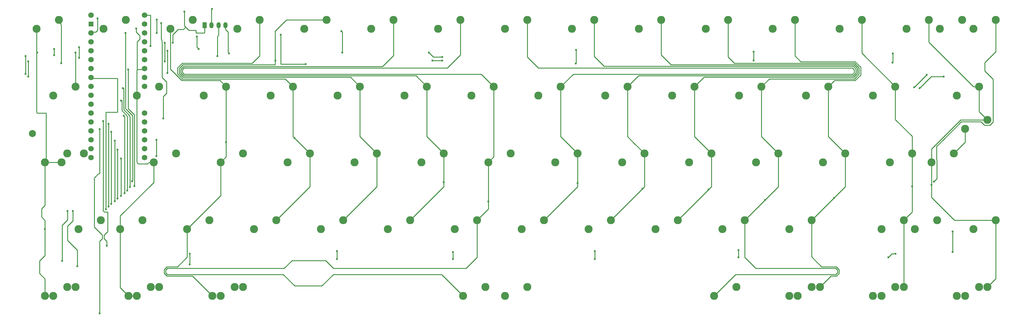
<source format=gbr>
%TF.GenerationSoftware,KiCad,Pcbnew,(6.0.7-1)-1*%
%TF.CreationDate,2022-08-17T08:35:13+02:00*%
%TF.ProjectId,plain60-flex-edition,706c6169-6e36-4302-9d66-6c65782d6564,rev?*%
%TF.SameCoordinates,Original*%
%TF.FileFunction,Copper,L1,Top*%
%TF.FilePolarity,Positive*%
%FSLAX46Y46*%
G04 Gerber Fmt 4.6, Leading zero omitted, Abs format (unit mm)*
G04 Created by KiCad (PCBNEW (6.0.7-1)-1) date 2022-08-17 08:35:13*
%MOMM*%
%LPD*%
G01*
G04 APERTURE LIST*
G04 Aperture macros list*
%AMRoundRect*
0 Rectangle with rounded corners*
0 $1 Rounding radius*
0 $2 $3 $4 $5 $6 $7 $8 $9 X,Y pos of 4 corners*
0 Add a 4 corners polygon primitive as box body*
4,1,4,$2,$3,$4,$5,$6,$7,$8,$9,$2,$3,0*
0 Add four circle primitives for the rounded corners*
1,1,$1+$1,$2,$3*
1,1,$1+$1,$4,$5*
1,1,$1+$1,$6,$7*
1,1,$1+$1,$8,$9*
0 Add four rect primitives between the rounded corners*
20,1,$1+$1,$2,$3,$4,$5,0*
20,1,$1+$1,$4,$5,$6,$7,0*
20,1,$1+$1,$6,$7,$8,$9,0*
20,1,$1+$1,$8,$9,$2,$3,0*%
G04 Aperture macros list end*
%TA.AperFunction,ComponentPad*%
%ADD10C,2.286000*%
%TD*%
%TA.AperFunction,ComponentPad*%
%ADD11C,2.000000*%
%TD*%
%TA.AperFunction,ComponentPad*%
%ADD12RoundRect,0.250000X-0.350000X-0.625000X0.350000X-0.625000X0.350000X0.625000X-0.350000X0.625000X0*%
%TD*%
%TA.AperFunction,ComponentPad*%
%ADD13O,1.200000X1.750000*%
%TD*%
%TA.AperFunction,ComponentPad*%
%ADD14C,1.574800*%
%TD*%
%TA.AperFunction,ComponentPad*%
%ADD15R,1.473200X1.473200*%
%TD*%
%TA.AperFunction,ViaPad*%
%ADD16C,0.600000*%
%TD*%
%TA.AperFunction,Conductor*%
%ADD17C,0.250000*%
%TD*%
G04 APERTURE END LIST*
D10*
%TO.P,K19,1*%
%TO.N,col3*%
X78740000Y-23495000D03*
%TO.P,K19,2*%
%TO.N,Net-(D19-Pad2)*%
X72390000Y-26035000D03*
%TD*%
%TO.P,K20,1*%
%TO.N,col4*%
X97790000Y-23495000D03*
%TO.P,K20,2*%
%TO.N,Net-(D20-Pad2)*%
X91440000Y-26035000D03*
%TD*%
%TO.P,K23,1*%
%TO.N,col7*%
X154940000Y-23495000D03*
%TO.P,K23,2*%
%TO.N,Net-(D23-Pad2)*%
X148590000Y-26035000D03*
%TD*%
%TO.P,K24,1*%
%TO.N,col8*%
X173990000Y-23495000D03*
%TO.P,K24,2*%
%TO.N,Net-(D24-Pad2)*%
X167640000Y-26035000D03*
%TD*%
%TO.P,K17,1*%
%TO.N,Net-(D17-Pad2)*%
X40640000Y-23495000D03*
%TO.P,K17,2*%
%TO.N,col1*%
X34290000Y-26035000D03*
%TD*%
%TO.P,K22,1*%
%TO.N,col6*%
X135890000Y-23495000D03*
%TO.P,K22,2*%
%TO.N,Net-(D22-Pad2)*%
X129540000Y-26035000D03*
%TD*%
%TO.P,K21,1*%
%TO.N,col5*%
X116840000Y-23495000D03*
%TO.P,K21,2*%
%TO.N,Net-(D21-Pad2)*%
X110490000Y-26035000D03*
%TD*%
%TO.P,K18,1*%
%TO.N,col2*%
X59690000Y-23495000D03*
%TO.P,K18,2*%
%TO.N,Net-(D18-Pad2)*%
X53340000Y-26035000D03*
%TD*%
%TO.P,K16,1*%
%TO.N,col0*%
X16827500Y-23495000D03*
%TO.P,K16,2*%
%TO.N,Net-(D16-Pad2)*%
X10477500Y-26035000D03*
%TD*%
%TO.P,K15,1*%
%TO.N,col14*%
X269240000Y-4445000D03*
%TO.P,K15,2*%
%TO.N,Net-(D15-Pad2)*%
X262890000Y-6985000D03*
%TD*%
%TO.P,K8,1*%
%TO.N,col7*%
X145415000Y-4445000D03*
%TO.P,K8,2*%
%TO.N,Net-(D8-Pad2)*%
X139065000Y-6985000D03*
%TD*%
%TO.P,K10,1*%
%TO.N,col9*%
X183515000Y-4445000D03*
%TO.P,K10,2*%
%TO.N,Net-(D10-Pad2)*%
X177165000Y-6985000D03*
%TD*%
%TO.P,K14,1*%
%TO.N,col13*%
X259715000Y-4445000D03*
%TO.P,K14,2*%
%TO.N,Net-(D14-Pad2)*%
X253365000Y-6985000D03*
%TD*%
%TO.P,K5,1*%
%TO.N,col4*%
X88265000Y-4445000D03*
%TO.P,K5,2*%
%TO.N,Net-(D5-Pad2)*%
X81915000Y-6985000D03*
%TD*%
%TO.P,K13,1*%
%TO.N,col12*%
X240665000Y-4445000D03*
%TO.P,K13,2*%
%TO.N,Net-(D13-Pad2)*%
X234315000Y-6985000D03*
%TD*%
%TO.P,K12,1*%
%TO.N,col11*%
X221615000Y-4445000D03*
%TO.P,K12,2*%
%TO.N,Net-(D12-Pad2)*%
X215265000Y-6985000D03*
%TD*%
%TO.P,K11,1*%
%TO.N,col10*%
X202565000Y-4445000D03*
%TO.P,K11,2*%
%TO.N,Net-(D11-Pad2)*%
X196215000Y-6985000D03*
%TD*%
%TO.P,K9,1*%
%TO.N,col8*%
X164465000Y-4445000D03*
%TO.P,K9,2*%
%TO.N,Net-(D9-Pad2)*%
X158115000Y-6985000D03*
%TD*%
%TO.P,K7,1*%
%TO.N,col6*%
X126365000Y-4445000D03*
%TO.P,K7,2*%
%TO.N,Net-(D7-Pad2)*%
X120015000Y-6985000D03*
%TD*%
%TO.P,K6,1*%
%TO.N,col5*%
X107315000Y-4445000D03*
%TO.P,K6,2*%
%TO.N,Net-(D6-Pad2)*%
X100965000Y-6985000D03*
%TD*%
%TO.P,K4,1*%
%TO.N,col3*%
X69215000Y-4445000D03*
%TO.P,K4,2*%
%TO.N,Net-(D4-Pad2)*%
X62865000Y-6985000D03*
%TD*%
%TO.P,K2,1*%
%TO.N,Net-(D2-Pad2)*%
X31115000Y-4445000D03*
%TO.P,K2,2*%
%TO.N,col1*%
X24765000Y-6985000D03*
%TD*%
%TO.P,K1,1*%
%TO.N,Net-(D1-Pad2)*%
X12065000Y-4445000D03*
%TO.P,K1,2*%
%TO.N,col0*%
X5715000Y-6985000D03*
%TD*%
%TO.P,K3,1*%
%TO.N,Net-(D3-Pad2)*%
X50165000Y-4445000D03*
%TO.P,K3,2*%
%TO.N,col2*%
X43815000Y-6985000D03*
%TD*%
%TO.P,K62-1,1*%
%TO.N,Net-(D62-Pad2)*%
X40640000Y-80645000D03*
%TO.P,K62-1,2*%
%TO.N,col1*%
X34290000Y-83185000D03*
%TD*%
%TO.P,K71,1*%
%TO.N,Net-(D71-Pad2)*%
X204946250Y-80645000D03*
%TO.P,K71,2*%
%TO.N,col10*%
X198596250Y-83185000D03*
%TD*%
%TO.P,K53,1*%
%TO.N,col7*%
X150177500Y-61595000D03*
%TO.P,K53,2*%
%TO.N,Net-(D53-Pad2)*%
X143827500Y-64135000D03*
%TD*%
%TO.P,K58-1,1*%
%TO.N,col12*%
X252571460Y-61595056D03*
%TO.P,K58-1,2*%
%TO.N,Net-(D58-Pad2)*%
X246221460Y-64135056D03*
%TD*%
%TO.P,K57,1*%
%TO.N,col11*%
X226377500Y-61595000D03*
%TO.P,K57,2*%
%TO.N,Net-(D57-Pad2)*%
X220027500Y-64135000D03*
%TD*%
%TO.P,K54,1*%
%TO.N,col8*%
X169227500Y-61595000D03*
%TO.P,K54,2*%
%TO.N,Net-(D54-Pad2)*%
X162877500Y-64135000D03*
%TD*%
%TO.P,K56,1*%
%TO.N,col10*%
X207327500Y-61595000D03*
%TO.P,K56,2*%
%TO.N,Net-(D56-Pad2)*%
X200977500Y-64135000D03*
%TD*%
%TO.P,K52,1*%
%TO.N,col6*%
X131127500Y-61595000D03*
%TO.P,K52,2*%
%TO.N,Net-(D52-Pad2)*%
X124777500Y-64135000D03*
%TD*%
%TO.P,K55,1*%
%TO.N,col9*%
X188277500Y-61595000D03*
%TO.P,K55,2*%
%TO.N,Net-(D55-Pad2)*%
X181927500Y-64135000D03*
%TD*%
%TO.P,K61-1,1*%
%TO.N,Net-(D61-Pad2)*%
X16827500Y-80645000D03*
%TO.P,K61-1,2*%
%TO.N,col0*%
X10477500Y-83185000D03*
%TD*%
%TO.P,K15-1,1*%
%TO.N,col14*%
X278765000Y-4445000D03*
%TO.P,K15-1,2*%
%TO.N,Net-(D15-Pad2)*%
X272415000Y-6985000D03*
%TD*%
%TO.P,K74,1*%
%TO.N,col13*%
X276383750Y-80645072D03*
%TO.P,K74,2*%
%TO.N,Net-(D74-Pad2)*%
X270033750Y-83185072D03*
%TD*%
%TO.P,K73,1*%
%TO.N,col12*%
X252571250Y-80645000D03*
%TO.P,K73,2*%
%TO.N,Net-(D73-Pad2)*%
X246221250Y-83185000D03*
%TD*%
%TO.P,K28,1*%
%TO.N,col12*%
X250190000Y-23495000D03*
%TO.P,K28,2*%
%TO.N,Net-(D28-Pad2)*%
X243840000Y-26035000D03*
%TD*%
%TO.P,K48,1*%
%TO.N,Net-(D48-Pad2)*%
X54927500Y-61595000D03*
%TO.P,K48,2*%
%TO.N,col2*%
X48577500Y-64135000D03*
%TD*%
%TO.P,K25,1*%
%TO.N,col9*%
X193040000Y-23495000D03*
%TO.P,K25,2*%
%TO.N,Net-(D25-Pad2)*%
X186690000Y-26035000D03*
%TD*%
%TO.P,K36,1*%
%TO.N,col5*%
X121602500Y-42545000D03*
%TO.P,K36,2*%
%TO.N,Net-(D36-Pad2)*%
X115252500Y-45085000D03*
%TD*%
%TO.P,K33,1*%
%TO.N,Net-(D33-Pad2)*%
X64452500Y-42545000D03*
%TO.P,K33,2*%
%TO.N,col2*%
X58102500Y-45085000D03*
%TD*%
%TO.P,K63,1*%
%TO.N,Net-(D63-Pad2)*%
X62071250Y-80645000D03*
%TO.P,K63,2*%
%TO.N,col2*%
X55721250Y-83185000D03*
%TD*%
%TO.P,K44,1*%
%TO.N,Net-(D44-Pad2)*%
X266858750Y-42545000D03*
%TO.P,K44,2*%
%TO.N,col13*%
X260508750Y-45085000D03*
%TD*%
%TO.P,K72,1*%
%TO.N,col11*%
X228758750Y-80645000D03*
%TO.P,K72,2*%
%TO.N,Net-(D72-Pad2)*%
X222408750Y-83185000D03*
%TD*%
%TO.P,K59,1*%
%TO.N,col13*%
X278765000Y-61595000D03*
%TO.P,K59,2*%
%TO.N,Net-(D59-Pad2)*%
X272415000Y-64135000D03*
%TD*%
%TO.P,K39,1*%
%TO.N,col8*%
X178752500Y-42545000D03*
%TO.P,K39,2*%
%TO.N,Net-(D39-Pad2)*%
X172402500Y-45085000D03*
%TD*%
%TO.P,K61,1*%
%TO.N,Net-(D61-Pad2)*%
X14446250Y-80645000D03*
%TO.P,K61,2*%
%TO.N,col0*%
X8096250Y-83185000D03*
%TD*%
%TO.P,K29,1*%
%TO.N,col13*%
X274002500Y-23495000D03*
%TO.P,K29,2*%
%TO.N,Net-(D29-Pad2)*%
X267652500Y-26035000D03*
%TD*%
%TO.P,K27,1*%
%TO.N,col11*%
X231140000Y-23495000D03*
%TO.P,K27,2*%
%TO.N,Net-(D27-Pad2)*%
X224790000Y-26035000D03*
%TD*%
%TO.P,K63-1,1*%
%TO.N,Net-(D63-Pad2)*%
X64452500Y-80645000D03*
%TO.P,K63-1,2*%
%TO.N,col2*%
X58102500Y-83185000D03*
%TD*%
%TO.P,K50,1*%
%TO.N,col4*%
X93027500Y-61595000D03*
%TO.P,K50,2*%
%TO.N,Net-(D50-Pad2)*%
X86677500Y-64135000D03*
%TD*%
%TO.P,K34,1*%
%TO.N,col3*%
X83502500Y-42545000D03*
%TO.P,K34,2*%
%TO.N,Net-(D34-Pad2)*%
X77152500Y-45085000D03*
%TD*%
%TO.P,K47,1*%
%TO.N,Net-(D47-Pad2)*%
X35877500Y-61595000D03*
%TO.P,K47,2*%
%TO.N,col1*%
X29527500Y-64135000D03*
%TD*%
%TO.P,K43,1*%
%TO.N,col12*%
X254952500Y-42545000D03*
%TO.P,K43,2*%
%TO.N,Net-(D43-Pad2)*%
X248602500Y-45085000D03*
%TD*%
%TO.P,K38,1*%
%TO.N,col7*%
X159702500Y-42545000D03*
%TO.P,K38,2*%
%TO.N,Net-(D38-Pad2)*%
X153352500Y-45085000D03*
%TD*%
%TO.P,K35,1*%
%TO.N,col4*%
X102552500Y-42545000D03*
%TO.P,K35,2*%
%TO.N,Net-(D35-Pad2)*%
X96202500Y-45085000D03*
%TD*%
%TO.P,K32,1*%
%TO.N,Net-(D31-Pad2)*%
X19208750Y-42545000D03*
%TO.P,K32,2*%
%TO.N,col0*%
X12858750Y-45085000D03*
%TD*%
%TO.P,K40,1*%
%TO.N,col9*%
X197802500Y-42545000D03*
%TO.P,K40,2*%
%TO.N,Net-(D40-Pad2)*%
X191452500Y-45085000D03*
%TD*%
%TO.P,K46,1*%
%TO.N,Net-(D46-Pad2)*%
X23971250Y-61595000D03*
%TO.P,K46,2*%
%TO.N,col0*%
X17621250Y-64135000D03*
%TD*%
%TO.P,K42,1*%
%TO.N,col11*%
X235902500Y-42545000D03*
%TO.P,K42,2*%
%TO.N,Net-(D42-Pad2)*%
X229552500Y-45085000D03*
%TD*%
%TO.P,K41,1*%
%TO.N,col10*%
X216852500Y-42545000D03*
%TO.P,K41,2*%
%TO.N,Net-(D41-Pad2)*%
X210502500Y-45085000D03*
%TD*%
%TO.P,K26,1*%
%TO.N,col10*%
X212090000Y-23495000D03*
%TO.P,K26,2*%
%TO.N,Net-(D26-Pad2)*%
X205740000Y-26035000D03*
%TD*%
%TO.P,K37,1*%
%TO.N,Net-(D37-Pad2)*%
X140652500Y-42545000D03*
%TO.P,K37,2*%
%TO.N,col6*%
X134302500Y-45085000D03*
%TD*%
%TO.P,K51,1*%
%TO.N,col5*%
X112077500Y-61595000D03*
%TO.P,K51,2*%
%TO.N,Net-(D51-Pad2)*%
X105727500Y-64135000D03*
%TD*%
%TO.P,K73-1,1*%
%TO.N,col12*%
X250190000Y-80645000D03*
%TO.P,K73-1,2*%
%TO.N,Net-(D73-Pad2)*%
X243840000Y-83185000D03*
%TD*%
%TO.P,K62,1*%
%TO.N,Net-(D62-Pad2)*%
X38258750Y-80645000D03*
%TO.P,K62,2*%
%TO.N,col1*%
X31908750Y-83185000D03*
%TD*%
%TO.P,K49,1*%
%TO.N,col3*%
X73977500Y-61595000D03*
%TO.P,K49,2*%
%TO.N,Net-(D49-Pad2)*%
X67627500Y-64135000D03*
%TD*%
%TO.P,K72-1,1*%
%TO.N,col11*%
X226377500Y-80645000D03*
%TO.P,K72-1,2*%
%TO.N,Net-(D72-Pad2)*%
X220027500Y-83185000D03*
%TD*%
%TO.P,K74-1,1*%
%TO.N,col13*%
X274002728Y-80645072D03*
%TO.P,K74-1,2*%
%TO.N,Net-(D74-Pad2)*%
X267652728Y-83185072D03*
%TD*%
%TO.P,K58,1*%
%TO.N,col12*%
X262096468Y-61595000D03*
%TO.P,K58,2*%
%TO.N,Net-(D58-Pad2)*%
X255746468Y-64135000D03*
%TD*%
%TO.P,K67,1*%
%TO.N,Net-(D67-Pad2)*%
X133508750Y-80645000D03*
%TO.P,K67,2*%
%TO.N,col6*%
X127158750Y-83185000D03*
%TD*%
%TO.P,K67-1,1*%
%TO.N,Net-(D67-Pad2)*%
X145415000Y-80645000D03*
%TO.P,K67-1,2*%
%TO.N,col6*%
X139065000Y-83185000D03*
%TD*%
%TO.P,K44-1,1*%
%TO.N,col13*%
X276383980Y-33020000D03*
%TO.P,K44-1,2*%
%TO.N,Net-(D44-Pad2)*%
X270033980Y-35560000D03*
%TD*%
%TO.P,K31-1,1*%
%TO.N,Net-(D31-Pad2)*%
X14446250Y-42545000D03*
%TO.P,K31-1,2*%
%TO.N,col0*%
X8096250Y-45085000D03*
%TD*%
%TO.P,K31,1*%
%TO.N,Net-(D32-Pad2)*%
X45402500Y-42545000D03*
%TO.P,K31,2*%
%TO.N,col1*%
X39052500Y-45085000D03*
%TD*%
D11*
%TO.P,H1,1,Pin_1*%
%TO.N,Net-(H1-Pad1)*%
X4524382Y-36909406D03*
%TD*%
D12*
%TO.P,J1,1*%
%TO.N,GND*%
X53518574Y-6018077D03*
D13*
%TO.P,J1,2*%
%TO.N,5V*%
X55518574Y-6018077D03*
%TO.P,J1,3*%
%TO.N,display SDA*%
X57518574Y-6018077D03*
%TO.P,J1,4*%
%TO.N,display SCL*%
X59518574Y-6018077D03*
%TD*%
D14*
%TO.P,U1,1,VBAT*%
%TO.N,unconnected-(U1-Pad1)*%
X21238287Y-3080061D03*
D15*
%TO.P,U1,2,GND*%
%TO.N,GND*%
X21238287Y-5620061D03*
D14*
%TO.P,U1,3,5V*%
%TO.N,5V*%
X21238287Y-8160061D03*
%TO.P,U1,4,3V3*%
%TO.N,unconnected-(U1-Pad4)*%
X21238287Y-10700061D03*
%TO.P,U1,5,IO1*%
%TO.N,col0*%
X21238287Y-13240061D03*
%TO.P,U1,6,IO2*%
%TO.N,col4*%
X21238287Y-15780061D03*
%TO.P,U1,7,IO3*%
%TO.N,col5*%
X21238287Y-18320061D03*
%TO.P,U1,8,IO4*%
%TO.N,col6*%
X21238287Y-20860061D03*
%TO.P,U1,9,IO5*%
%TO.N,col7*%
X21238287Y-23400061D03*
%TO.P,U1,10,IO21*%
%TO.N,col8*%
X21238287Y-25940061D03*
%TO.P,U1,11,IO0*%
%TO.N,col9*%
X21238287Y-28480061D03*
%TO.P,U1,12,LDO2_OUT*%
%TO.N,unconnected-(U1-Pad12)*%
X21238287Y-31020061D03*
%TO.P,U1,13,IO16*%
%TO.N,col10*%
X21238287Y-33560061D03*
%TO.P,U1,14,IO15*%
%TO.N,col11*%
X21238287Y-36100061D03*
%TO.P,U1,15,IO14*%
%TO.N,col12*%
X21238287Y-38640061D03*
%TO.P,U1,16,IO13*%
%TO.N,col13*%
X21238287Y-41180061D03*
%TO.P,U1,17,IO12*%
%TO.N,col14*%
X21238287Y-43720061D03*
%TO.P,U1,18,IO42*%
%TO.N,col3*%
X36478287Y-43720061D03*
%TO.P,U1,19,IO41*%
%TO.N,col2*%
X36478287Y-41180061D03*
%TO.P,U1,20,IO40*%
%TO.N,rgb R1*%
X36478287Y-38640061D03*
%TO.P,U1,21,IO39*%
%TO.N,row4*%
X36478287Y-36100061D03*
%TO.P,U1,22,IO38*%
%TO.N,row3*%
X36478287Y-33560061D03*
%TO.P,U1,23,RX*%
%TO.N,rx*%
X36478287Y-31020061D03*
%TO.P,U1,26,RST*%
%TO.N,unconnected-(U1-Pad26)*%
X36478287Y-23400061D03*
%TO.P,U1,27,IO6*%
%TO.N,pin27 unused*%
X36478287Y-20860061D03*
%TO.P,U1,28,IO7*%
%TO.N,col1*%
X36478287Y-18320061D03*
%TO.P,U1,29,IO8*%
%TO.N,display SDA*%
X36478287Y-15780061D03*
%TO.P,U1,30,IO9*%
%TO.N,display SCL*%
X36478287Y-13240061D03*
%TO.P,U1,31,IO34*%
%TO.N,pin31 unused*%
X36478287Y-10700061D03*
%TO.P,U1,32,IO36*%
%TO.N,row2*%
X36478287Y-8160061D03*
%TO.P,U1,33,IO37*%
%TO.N,row1*%
X36478287Y-5620061D03*
%TO.P,U1,34,IO35*%
%TO.N,row0*%
X36478287Y-3080061D03*
%TD*%
D16*
%TO.N,GND*%
X47761287Y-2064061D03*
X12963287Y-73184061D03*
X42173287Y-16288061D03*
X75193287Y-8668061D03*
X82305287Y-17050061D03*
X259089287Y-20098061D03*
X14487287Y-58960061D03*
X42173287Y-10954061D03*
X118373287Y-16034061D03*
X255533287Y-23654061D03*
X44459287Y-10954061D03*
X121167287Y-16034061D03*
%TO.N,row0*%
X17789287Y-12224061D03*
X17789287Y-15272061D03*
X38109406Y-11915634D03*
%TO.N,Net-(D1-Pad2)*%
X12709287Y-16796061D03*
%TO.N,Net-(D2-Pad2)*%
X39887287Y-8160061D03*
X39887287Y-4350061D03*
%TO.N,row1*%
X41157287Y-5366061D03*
X41781787Y-32544061D03*
%TO.N,row2*%
X32901715Y-50545741D03*
X30997287Y-8160061D03*
%TO.N,row3*%
X24647287Y-33306061D03*
X25663287Y-68866061D03*
%TO.N,row4*%
X23631287Y-88170061D03*
X23631287Y-35592061D03*
%TO.N,5V*%
X117357287Y-13748061D03*
X23062698Y-4035472D03*
X51825287Y-12732061D03*
X92719287Y-13748061D03*
X2549287Y-19844061D03*
X2549287Y-14764061D03*
X49285287Y-74200061D03*
X92465287Y-7652061D03*
X10677287Y-14510061D03*
X121167287Y-15018061D03*
X10677287Y-12732061D03*
X49285287Y-71152061D03*
X55635287Y-1302061D03*
X51317287Y-9176061D03*
%TO.N,col0*%
X5851287Y-13748061D03*
X16773287Y-13748061D03*
X8096250Y-64135000D03*
%TO.N,col1*%
X34045287Y-6890061D03*
%TO.N,col2*%
X59690000Y-39319845D03*
%TO.N,col3*%
X39830598Y-43328561D03*
X79117081Y-38159580D03*
X39830598Y-38691673D03*
%TO.N,col4*%
X73669287Y-16034061D03*
%TO.N,col5*%
X33537287Y-51848061D03*
X121602500Y-50760253D03*
X31759287Y-18574061D03*
%TO.N,col6*%
X25409287Y-58452061D03*
X134302500Y-56316497D03*
%TO.N,col7*%
X30235287Y-23908061D03*
X159702500Y-51038302D03*
X32267287Y-52102061D03*
%TO.N,col8*%
X31505287Y-53118061D03*
X178216771Y-52605728D03*
X29727287Y-27464061D03*
%TO.N,col9*%
X196969123Y-52903377D03*
X30489287Y-31782061D03*
X30743287Y-53880061D03*
%TO.N,col10*%
X26171287Y-34068061D03*
X213042566Y-55879934D03*
X26171287Y-57690061D03*
%TO.N,col11*%
X232687887Y-55284613D03*
X26933287Y-36354061D03*
X26933287Y-56928061D03*
%TO.N,col12*%
X27949287Y-38894061D03*
X27949287Y-56166061D03*
X254952500Y-51950767D03*
%TO.N,col13*%
X28711287Y-55404061D03*
X260508750Y-51553887D03*
X28711287Y-41434061D03*
%TO.N,col14*%
X29727287Y-54642061D03*
X261133750Y-50640666D03*
X29727287Y-43974061D03*
%TO.N,Net-(LED1-Pad2)*%
X42935287Y-13240061D03*
X42935287Y-19590061D03*
%TO.N,rgb R1*%
X3311287Y-16288061D03*
X3311287Y-20606061D03*
%TO.N,display SDA*%
X57159287Y-14764061D03*
%TO.N,display SCL*%
X60461287Y-14002061D03*
%TO.N,Net-(LED4-Pad2)*%
X159267287Y-12986061D03*
X159191287Y-16872061D03*
%TO.N,Net-(LED5-Pad2)*%
X209813287Y-16034061D03*
X209813287Y-13494061D03*
%TO.N,Net-(LED6-Pad2)*%
X249437287Y-14002061D03*
X249361287Y-16618061D03*
%TO.N,Net-(LED7-Pad2)*%
X257057287Y-23908061D03*
X263915287Y-20606061D03*
%TO.N,Net-(LED8-Pad2)*%
X266455287Y-70644061D03*
X266455287Y-64802061D03*
%TO.N,Net-(LED10-Pad4)*%
X250199287Y-71152061D03*
X248167287Y-72168061D03*
%TO.N,Net-(LED10-Pad2)*%
X205495287Y-70136061D03*
X205495287Y-72168061D03*
%TO.N,Net-(LED11-Pad2)*%
X164601287Y-70390061D03*
X164601287Y-72676061D03*
%TO.N,Net-(LED12-Pad2)*%
X124215287Y-72676061D03*
X124215287Y-70644061D03*
%TO.N,Net-(LED13-Pad2)*%
X91195287Y-70390061D03*
X91195287Y-72676061D03*
%TO.N,Net-(LED15-Pad2)*%
X16011287Y-58960061D03*
X17281287Y-74708061D03*
%TD*%
D17*
%TO.N,GND*%
X51063287Y-7398061D02*
X51063287Y-8160061D01*
X48142287Y-6509061D02*
X47507287Y-7144061D01*
X45983287Y-7144061D02*
X44459287Y-8668061D01*
X53349287Y-8160061D02*
X53518574Y-7990774D01*
X47507287Y-7144061D02*
X45983287Y-7144061D01*
X259089287Y-20098061D02*
X255533287Y-23654061D01*
X48142287Y-6509061D02*
X49031287Y-7398061D01*
X12963287Y-63024061D02*
X12963287Y-73184061D01*
X51063287Y-8160061D02*
X53349287Y-8160061D01*
X14487287Y-61500061D02*
X12963287Y-63024061D01*
X75193287Y-17050061D02*
X82305287Y-17050061D01*
X49031287Y-7398061D02*
X51063287Y-7398061D01*
X42173287Y-10954061D02*
X42173287Y-16288061D01*
X118373287Y-16034061D02*
X121167287Y-16034061D01*
X44459287Y-8668061D02*
X44459287Y-10954061D01*
X53518574Y-7990774D02*
X53518574Y-6018077D01*
X47761287Y-2064061D02*
X47761287Y-6128061D01*
X75193287Y-8668061D02*
X75193287Y-17050061D01*
X14487287Y-58960061D02*
X14487287Y-61500061D01*
X47761287Y-6128061D02*
X48142287Y-6509061D01*
%TO.N,row0*%
X17789287Y-12224061D02*
X17789287Y-15272061D01*
X38109287Y-3080061D02*
X36478287Y-3080061D01*
X38109406Y-3080180D02*
X38109287Y-3080061D01*
X38109406Y-11915634D02*
X38109406Y-3080180D01*
%TO.N,Net-(D1-Pad2)*%
X12709287Y-16796061D02*
X12709287Y-6000446D01*
X12064999Y-4445001D02*
G75*
G02*
X12709287Y-6000446I-1555449J-1555449D01*
G01*
%TO.N,Net-(D2-Pad2)*%
X39887287Y-4350061D02*
X39887287Y-8160061D01*
%TO.N,row1*%
X41353287Y-10642061D02*
X41353287Y-10134061D01*
X41157287Y-9938061D02*
X41157287Y-5366061D01*
X41411287Y-10700061D02*
X41353287Y-10642061D01*
X41781787Y-26310561D02*
X42660287Y-25432061D01*
X42681287Y-22130061D02*
X41411287Y-20860061D01*
X41411287Y-20860061D02*
X41411287Y-10700061D01*
X42660287Y-25432061D02*
X42681287Y-25432061D01*
X41353287Y-10134061D02*
X41157287Y-9938061D01*
X41781787Y-32544061D02*
X41781787Y-26310561D01*
X42681287Y-25432061D02*
X42681287Y-22130061D01*
%TO.N,row2*%
X30997287Y-16288061D02*
X30997287Y-8160061D01*
X33029287Y-50237755D02*
X33029287Y-31782061D01*
X33029287Y-31782061D02*
X31251287Y-30004061D01*
X30997287Y-29390851D02*
X30997287Y-16288061D01*
X33029246Y-50237755D02*
G75*
G02*
X32901715Y-50545741I-435546J-45D01*
G01*
X30997323Y-29390851D02*
G75*
G03*
X31251287Y-30004061I867177J-49D01*
G01*
%TO.N,Net-(D44-Pad2)*%
X266858750Y-42545000D02*
X270033980Y-39369770D01*
X270033980Y-39369770D02*
X270033980Y-35560000D01*
%TO.N,row3*%
X24647287Y-33306061D02*
X24647287Y-58600851D01*
X25663287Y-67596061D02*
X25663287Y-68866061D01*
X24901287Y-65818061D02*
X24901287Y-66834061D01*
X24901287Y-66834061D02*
X25663287Y-67596061D01*
X25917287Y-59214061D02*
X25917287Y-64802061D01*
X25917287Y-64802061D02*
X24901287Y-65818061D01*
X24901287Y-59214061D02*
X25917287Y-59214061D01*
X24901270Y-59214078D02*
G75*
G02*
X24647287Y-58600851I613430J613278D01*
G01*
%TO.N,row4*%
X23631287Y-48292061D02*
X23631287Y-35592061D01*
X22361287Y-49308061D02*
X23197681Y-48471667D01*
X24393287Y-66834061D02*
X24393287Y-65818061D01*
X24393287Y-65818061D02*
X22107287Y-63532061D01*
X22107287Y-63532061D02*
X22107287Y-49921271D01*
X23631287Y-67596061D02*
X24393287Y-66834061D01*
X23631287Y-88170061D02*
X23631287Y-67596061D01*
X22361301Y-49308075D02*
G75*
G03*
X22107287Y-49921271I613199J-613225D01*
G01*
X23631287Y-48292061D02*
G75*
G03*
X23197682Y-48471668I13J-613239D01*
G01*
%TO.N,5V*%
X10677287Y-12732061D02*
X10677287Y-14510061D01*
X49285287Y-71152061D02*
X49285287Y-74200061D01*
X92719287Y-7906061D02*
X92719287Y-13748061D01*
X55635287Y-1302061D02*
X55518574Y-1418774D01*
X2549287Y-14764061D02*
X2549287Y-19590061D01*
X92465287Y-7652061D02*
X92719287Y-7906061D01*
X51317287Y-12224061D02*
X51825287Y-12732061D01*
X2549287Y-19590061D02*
X2549287Y-19844061D01*
X117357287Y-13748061D02*
X118627287Y-15018061D01*
X55518574Y-1418774D02*
X55518574Y-6018077D01*
X23062698Y-4035472D02*
X23062698Y-7458650D01*
X23062698Y-7458650D02*
X22562882Y-7958466D01*
X51317287Y-9176061D02*
X51317287Y-12224061D01*
X22562882Y-7958466D02*
X21235317Y-7958466D01*
X118627287Y-15018061D02*
X121167287Y-15018061D01*
%TO.N,col0*%
X6028470Y-31093453D02*
X8429381Y-31093453D01*
X6548443Y-76795377D02*
X8096250Y-78343184D01*
X8096250Y-71675692D02*
X6548443Y-73223499D01*
X5715000Y-6985000D02*
X5715000Y-13884348D01*
X5715000Y-13884348D02*
X5715000Y-30691036D01*
X16773287Y-13748061D02*
X16773287Y-23364119D01*
X10477500Y-83185000D02*
X8096250Y-83185000D01*
X8096250Y-45085000D02*
X8096250Y-57388180D01*
X8096250Y-57388180D02*
X7143756Y-58340674D01*
X7143756Y-60721926D02*
X8096250Y-61674420D01*
X8429381Y-44751869D02*
X8096250Y-45085000D01*
X7143756Y-58340674D02*
X7143756Y-60721926D01*
X6548443Y-73223499D02*
X6548443Y-76795377D01*
X8096250Y-61674420D02*
X8096250Y-64135000D01*
X12858750Y-45085000D02*
X8096250Y-45085000D01*
X8429381Y-31093453D02*
X8429381Y-44751869D01*
X8096250Y-64135000D02*
X8096250Y-71675692D01*
X8096250Y-78343184D02*
X8096250Y-83185000D01*
X16827505Y-23494995D02*
G75*
G02*
X16773287Y-23364119I130895J130895D01*
G01*
X6028470Y-31093480D02*
G75*
G02*
X5851287Y-31020061I30J250580D01*
G01*
X5851285Y-31020063D02*
G75*
G02*
X5715000Y-30691036I329025J329023D01*
G01*
%TO.N,col1*%
X35061287Y-9176061D02*
X35061287Y-8922061D01*
X34290000Y-44862430D02*
X34290000Y-26035000D01*
X38965745Y-50926519D02*
X39052500Y-50839763D01*
X34290000Y-18811862D02*
X34290000Y-26035000D01*
X29527500Y-64135000D02*
X29527500Y-60364763D01*
X35061287Y-9938061D02*
X35061287Y-9176061D01*
X34299287Y-18828061D02*
X34299287Y-18574061D01*
X34290000Y-18818774D02*
X34299287Y-18828061D01*
X35061287Y-8922061D02*
X34045287Y-7906061D01*
X29527500Y-80803750D02*
X31908750Y-83185000D01*
X39052500Y-50717074D02*
X39052500Y-45085000D01*
X34299287Y-18574061D02*
X34299287Y-10700061D01*
X36224287Y-18574061D02*
X36478287Y-18320061D01*
X29527500Y-64135000D02*
X29527500Y-80803750D01*
X34045287Y-7398061D02*
X34045287Y-6890061D01*
X34045287Y-7906061D02*
X34045287Y-7398061D01*
X34290000Y-83185000D02*
X31908750Y-83185000D01*
X39052500Y-45085000D02*
X38344504Y-45085000D01*
X29527500Y-60364763D02*
X38965745Y-50926519D01*
X37347287Y-45498061D02*
X34553287Y-45498061D01*
X34290000Y-18811862D02*
X34290000Y-18818774D01*
X34299287Y-10700061D02*
X34553287Y-10446061D01*
X34553287Y-10446061D02*
X35061287Y-9938061D01*
X34299287Y-18574061D02*
X36224287Y-18574061D01*
X34289974Y-44862430D02*
G75*
G03*
X34553287Y-45498061I898926J30D01*
G01*
X39052481Y-50717074D02*
G75*
G02*
X38965745Y-50926519I-296181J-26D01*
G01*
X37347280Y-45498054D02*
G75*
G02*
X38344504Y-45085000I997220J-997246D01*
G01*
%TO.N,col2*%
X42031979Y-76767287D02*
X42789776Y-77525084D01*
X57930975Y-21735975D02*
X59690000Y-23495000D01*
X59690000Y-23495000D02*
X59690000Y-31710289D01*
X45839101Y-74875044D02*
X42791123Y-74875045D01*
X43815000Y-17421774D02*
X43815000Y-18541143D01*
X42789776Y-77525084D02*
X50061334Y-77525084D01*
X59690000Y-37941332D02*
X59690000Y-39157348D01*
X58102500Y-45085000D02*
X58102500Y-54610000D01*
X59690000Y-39157348D02*
X59690000Y-43497500D01*
X50061334Y-77525084D02*
X55721250Y-83185000D01*
X43815000Y-6985000D02*
X43815000Y-17421774D01*
X58102500Y-54610000D02*
X48577500Y-64135000D01*
X59690000Y-31710289D02*
X59690000Y-37941332D01*
X48577500Y-64135000D02*
X48577500Y-72136645D01*
X59690000Y-39157348D02*
X59690000Y-39319845D01*
X42791123Y-74875045D02*
X42031979Y-75634189D01*
X47009832Y-21735975D02*
X57930975Y-21735975D01*
X48577500Y-72136645D02*
X45839101Y-74875044D01*
X43815000Y-18541143D02*
X47009832Y-21735975D01*
X42031979Y-75634189D02*
X42031979Y-76767287D01*
X59690000Y-43497500D02*
X58102500Y-45085000D01*
%TO.N,col3*%
X69215000Y-14724133D02*
X67125066Y-16814067D01*
X78740000Y-31988218D02*
X78740000Y-32900899D01*
X39830598Y-43268750D02*
X39830598Y-43328561D01*
X78740000Y-23495000D02*
X76530965Y-21285965D01*
X39887287Y-43212061D02*
X39830598Y-43268750D01*
X69215000Y-4445000D02*
X69215000Y-14724133D01*
X67125066Y-16814067D02*
X47192579Y-16814068D01*
X78740000Y-37782500D02*
X79117081Y-38159580D01*
X47196232Y-21285965D02*
X46590318Y-20680051D01*
X83502500Y-42545000D02*
X83502500Y-52070000D01*
X79117081Y-38159580D02*
X83502500Y-42545000D01*
X45895189Y-19984922D02*
X46590318Y-20680051D01*
X45895187Y-18111462D02*
X45895189Y-19984922D01*
X76530965Y-21285965D02*
X47196232Y-21285965D01*
X78740000Y-23495000D02*
X78740000Y-31988218D01*
X47192579Y-16814068D02*
X45895187Y-18111462D01*
X83502500Y-52070000D02*
X73977500Y-61595000D01*
X78740000Y-32900899D02*
X78740000Y-37782500D01*
X39830598Y-38691673D02*
X39830598Y-43155372D01*
X39830598Y-43155372D02*
X39887287Y-43212061D01*
%TO.N,col4*%
X46345196Y-18297861D02*
X46345198Y-19798521D01*
X47378980Y-17264077D02*
X46345196Y-18297861D01*
X88265000Y-4445000D02*
X76876348Y-4445000D01*
X46345198Y-19798521D02*
X47382632Y-20835955D01*
X97790000Y-32583547D02*
X97790000Y-37782500D01*
X73629303Y-7692045D02*
X73629303Y-17264077D01*
X47382632Y-20835955D02*
X95130955Y-20835955D01*
X73629303Y-17264077D02*
X47378980Y-17264077D01*
X100548341Y-40540840D02*
X102552500Y-42545000D01*
X102552500Y-52070000D02*
X93027500Y-61595000D01*
X76876348Y-4445000D02*
X73629303Y-7692045D01*
X102552500Y-42545000D02*
X102552500Y-52070000D01*
X97790000Y-23495000D02*
X97790000Y-32583547D01*
X95130955Y-20835955D02*
X97790000Y-23495000D01*
X97790000Y-37782500D02*
X100548341Y-40540840D01*
%TO.N,col5*%
X47554478Y-17724989D02*
X46795206Y-18484261D01*
X33537287Y-51848061D02*
X33537287Y-31528061D01*
X121602500Y-42545000D02*
X121602500Y-50760253D01*
X107315000Y-4445000D02*
X107315000Y-14589763D01*
X116840000Y-37782500D02*
X117812410Y-38754909D01*
X48085839Y-20375156D02*
X113720156Y-20375156D01*
X107315000Y-14589763D02*
X104179775Y-17724988D01*
X116840000Y-23495000D02*
X116840000Y-37782500D01*
X46795206Y-18484261D02*
X46795206Y-19284537D01*
X121602500Y-52070000D02*
X112077500Y-61595000D01*
X121602500Y-50760253D02*
X121602500Y-52070000D01*
X33537287Y-31528061D02*
X31759287Y-29750061D01*
X104179775Y-17724988D02*
X47554478Y-17724989D01*
X117812410Y-38754909D02*
X121602500Y-42545000D01*
X46795206Y-19284537D02*
X46795207Y-19612120D01*
X113720156Y-20375156D02*
X116840000Y-23495000D01*
X46795207Y-19612120D02*
X47558243Y-20375156D01*
X47558243Y-20375156D02*
X48085839Y-20375156D01*
X31759287Y-29750061D02*
X31759287Y-18574061D01*
%TO.N,col6*%
X42481989Y-75820589D02*
X42481989Y-76580887D01*
X28711287Y-21114061D02*
X21492287Y-21114061D01*
X42976176Y-77075074D02*
X75884448Y-77075074D01*
X134302500Y-56316497D02*
X134302500Y-58420000D01*
X134302500Y-45085000D02*
X134302500Y-53816408D01*
X42481989Y-76580887D02*
X42976176Y-77075074D01*
X135890000Y-43497500D02*
X134302500Y-45085000D01*
X76200064Y-75325054D02*
X42977524Y-75325054D01*
X47740879Y-18174998D02*
X47245216Y-18670661D01*
X134302500Y-58420000D02*
X131127500Y-61595000D01*
X90207879Y-77075074D02*
X86915698Y-80367255D01*
X47744643Y-19925146D02*
X132320146Y-19925146D01*
X134302500Y-53816408D02*
X134302500Y-56316497D01*
X122634478Y-18174998D02*
X47740879Y-18174998D01*
X47245216Y-18670661D02*
X47245216Y-19425719D01*
X47245216Y-19425719D02*
X47744643Y-19925146D01*
X25409287Y-58452061D02*
X25409287Y-30766061D01*
X126365000Y-14444476D02*
X122634478Y-18174998D01*
X87977879Y-73095054D02*
X78430064Y-73095054D01*
X79176629Y-80367255D02*
X85129759Y-80367255D01*
X131127500Y-61595000D02*
X131127500Y-72189852D01*
X75884448Y-77075074D02*
X79176629Y-80367255D01*
X21492287Y-21114061D02*
X21238287Y-20860061D01*
X91362586Y-77075074D02*
X121048824Y-77075074D01*
X135890000Y-23495000D02*
X135890000Y-43497500D01*
X86915698Y-80367255D02*
X85129759Y-80367255D01*
X25409287Y-30766061D02*
X28711287Y-30766061D01*
X90207882Y-75325057D02*
X87977879Y-73095054D01*
X131127500Y-72189852D02*
X127992295Y-75325057D01*
X42977524Y-75325054D02*
X42481989Y-75820589D01*
X126365000Y-4445000D02*
X126365000Y-14444476D01*
X121048824Y-77075074D02*
X127158750Y-83185000D01*
X127992295Y-75325057D02*
X90207882Y-75325057D01*
X28711287Y-30766061D02*
X28711287Y-21114061D01*
X132320146Y-19925146D02*
X135890000Y-23495000D01*
X78430064Y-73095054D02*
X76200064Y-75325054D01*
X91362586Y-77075074D02*
X90207879Y-77075074D01*
%TO.N,col7*%
X148536918Y-18163371D02*
X237726363Y-18163371D01*
X154940000Y-37782500D02*
X155912426Y-38754925D01*
X238506397Y-18835900D02*
X238506397Y-19264132D01*
X32087682Y-31602456D02*
X30489287Y-30004061D01*
X238010733Y-19925146D02*
X238506397Y-19429482D01*
X30489287Y-23908061D02*
X30235287Y-23908061D01*
X237995344Y-18163371D02*
X237726363Y-18163371D01*
X238506397Y-19429482D02*
X238506397Y-19264132D01*
X145415000Y-15041453D02*
X148536918Y-18163371D01*
X238506397Y-18835900D02*
X238506397Y-18674424D01*
X155912426Y-38754925D02*
X159702500Y-42545000D01*
X154940000Y-23495000D02*
X154940000Y-37782500D01*
X145415000Y-4445000D02*
X145415000Y-15041453D01*
X30489287Y-30004061D02*
X30489287Y-23908061D01*
X154940000Y-23495000D02*
X158509854Y-19925146D01*
X32267287Y-52102061D02*
X32267287Y-32036061D01*
X238506397Y-18674424D02*
X237995344Y-18163371D01*
X159702500Y-52070000D02*
X150177500Y-61595000D01*
X158509854Y-19925146D02*
X238010733Y-19925146D01*
X159702500Y-51038302D02*
X159702500Y-52070000D01*
X159702500Y-42545000D02*
X159702500Y-51038302D01*
X32087658Y-31602480D02*
G75*
G02*
X32267287Y-32036061I-433558J-433620D01*
G01*
%TO.N,col8*%
X238956407Y-19615882D02*
X238197133Y-20375156D01*
X29981287Y-27464061D02*
X29727287Y-27464061D01*
X238197133Y-20375156D02*
X177109844Y-20375156D01*
X238181745Y-17713362D02*
X238956407Y-18488024D01*
X31325682Y-31602456D02*
X29981287Y-30258061D01*
X164465000Y-14895408D02*
X167282953Y-17713361D01*
X164465000Y-4445000D02*
X164465000Y-14895408D01*
X175855403Y-39647903D02*
X178752500Y-42545000D01*
X29981287Y-30258061D02*
X29981287Y-27464061D01*
X31505287Y-53118061D02*
X31505287Y-32036061D01*
X173990000Y-37782500D02*
X175855403Y-39647903D01*
X167282953Y-17713361D02*
X238181745Y-17713362D01*
X177109844Y-20375156D02*
X173990000Y-23495000D01*
X173990000Y-23495000D02*
X173990000Y-37782500D01*
X178752500Y-42545000D02*
X178752500Y-52070000D01*
X178216771Y-52605728D02*
X169227500Y-61595000D01*
X178752500Y-52070000D02*
X178216771Y-52605728D01*
X238956407Y-18488024D02*
X238956407Y-19615882D01*
X31325658Y-31602480D02*
G75*
G02*
X31505287Y-32036061I-433558J-433620D01*
G01*
%TO.N,col9*%
X238368146Y-17263353D02*
X239406417Y-18301624D01*
X195203068Y-39945567D02*
X197802500Y-42545000D01*
X197802500Y-42545000D02*
X197802500Y-52070000D01*
X186332969Y-17263352D02*
X238368146Y-17263353D01*
X183515000Y-14445383D02*
X186332969Y-17263352D01*
X195699045Y-20835955D02*
X193040000Y-23495000D01*
X193040000Y-37782500D02*
X195203068Y-39945567D01*
X30743287Y-53880061D02*
X30743287Y-32036061D01*
X196969123Y-52903377D02*
X188277500Y-61595000D01*
X197802500Y-52070000D02*
X196969123Y-52903377D01*
X183515000Y-4445000D02*
X183515000Y-14445383D01*
X239406417Y-18301624D02*
X239406416Y-19802283D01*
X238372744Y-20835955D02*
X195699045Y-20835955D01*
X193040000Y-23495000D02*
X193040000Y-37782500D01*
X30743287Y-32036061D02*
X30489287Y-31782061D01*
X239406416Y-19802283D02*
X238372744Y-20835955D01*
%TO.N,col10*%
X204706183Y-77075067D02*
X233248330Y-77075067D01*
X239856425Y-19988684D02*
X238864833Y-20980275D01*
X233743923Y-76579474D02*
X233743923Y-75824416D01*
X233743923Y-75824416D02*
X233244500Y-75324993D01*
X212090000Y-37782500D02*
X216852500Y-42545000D01*
X213042566Y-55879934D02*
X207327500Y-61595000D01*
X233244500Y-75324993D02*
X231892312Y-75324993D01*
X207327500Y-72191449D02*
X210461092Y-75325041D01*
X216852500Y-52070000D02*
X215721474Y-53201025D01*
X210461092Y-75325041D02*
X231892312Y-75324993D01*
X204336938Y-16813343D02*
X238554547Y-16813344D01*
X26171287Y-57690061D02*
X26171287Y-34068061D01*
X216852500Y-42545000D02*
X216852500Y-52070000D01*
X198596250Y-83185000D02*
X204706183Y-77075067D01*
X202565000Y-15041405D02*
X204336938Y-16813343D01*
X214299035Y-21285965D02*
X212090000Y-23495000D01*
X239856426Y-18115225D02*
X239856425Y-19988684D01*
X215721474Y-53201025D02*
X213042566Y-55879934D01*
X212090000Y-23495000D02*
X212090000Y-37782500D01*
X237979897Y-21285965D02*
X238559143Y-21285965D01*
X238554547Y-16813344D02*
X239856426Y-18115225D01*
X233248330Y-77075067D02*
X233743923Y-76579474D01*
X202565000Y-4445000D02*
X202565000Y-15041405D01*
X238559143Y-21285965D02*
X238864833Y-20980275D01*
X237979897Y-21285965D02*
X214299035Y-21285965D01*
X207327500Y-61595000D02*
X207327500Y-72191449D01*
%TO.N,col11*%
X234193933Y-76765874D02*
X233434730Y-77525077D01*
X221615000Y-14735959D02*
X223242375Y-16363334D01*
X238745543Y-21735975D02*
X232899025Y-21735975D01*
X226377500Y-61595000D02*
X226377500Y-72056987D01*
X232687887Y-55284613D02*
X226377500Y-61595000D01*
X234193933Y-75638016D02*
X234193933Y-76765874D01*
X226377500Y-72056987D02*
X229195503Y-74874990D01*
X232899025Y-21735975D02*
X231140000Y-23495000D01*
X223242375Y-16363334D02*
X238740948Y-16363336D01*
X233434730Y-77525077D02*
X231878673Y-77525077D01*
X221615000Y-4445000D02*
X221615000Y-14735959D01*
X240306433Y-20175085D02*
X238745543Y-21735975D01*
X240306435Y-17928826D02*
X240306433Y-20175085D01*
X231705912Y-74874983D02*
X233430901Y-74874984D01*
X235069139Y-52903361D02*
X232687887Y-55284613D01*
X235902500Y-42545000D02*
X235902500Y-52070000D01*
X229195503Y-74874990D02*
X231705912Y-74874983D01*
X26933287Y-56928061D02*
X26933287Y-36354061D01*
X231140000Y-37782500D02*
X235902500Y-42545000D01*
X235902500Y-52070000D02*
X235069139Y-52903361D01*
X233430901Y-74874984D02*
X234193933Y-75638016D01*
X238740948Y-16363336D02*
X240306435Y-17928826D01*
X231878673Y-77525077D02*
X228758750Y-80645000D01*
X231140000Y-23495000D02*
X231140000Y-37782500D01*
%TO.N,col12*%
X254952500Y-51950767D02*
X254952500Y-52546080D01*
X240665000Y-4445000D02*
X240665000Y-13970000D01*
X240665000Y-13970000D02*
X250190000Y-23495000D01*
X27949287Y-56166061D02*
X27949287Y-38894061D01*
X252571460Y-80644790D02*
X252571250Y-80645000D01*
X254952500Y-42545000D02*
X254952500Y-37663255D01*
X254952500Y-59214016D02*
X252571460Y-61595056D01*
X254952500Y-52546080D02*
X254952500Y-59214016D01*
X252571460Y-61595056D02*
X252571460Y-80644790D01*
X254952500Y-42545000D02*
X254952500Y-51950767D01*
X250190000Y-32900755D02*
X250190000Y-31393049D01*
X254952500Y-37663255D02*
X250190000Y-32900755D01*
X250190000Y-23495000D02*
X250190000Y-31393049D01*
%TO.N,col13*%
X28711287Y-55404061D02*
X28711287Y-41434061D01*
X259715000Y-10823946D02*
X272386054Y-23495000D01*
X260508750Y-52030575D02*
X260508750Y-55125765D01*
X259715000Y-4445000D02*
X259715000Y-10823946D01*
X260508750Y-45085000D02*
X260508750Y-51553887D01*
X260508750Y-51553887D02*
X260508750Y-52030575D01*
X278765000Y-78263822D02*
X276383750Y-80645072D01*
X266977985Y-61595000D02*
X278765000Y-61595000D01*
X278765000Y-61595000D02*
X278765000Y-78263822D01*
X274002500Y-23495000D02*
X274002500Y-30638520D01*
X260508750Y-41314941D02*
X268803691Y-33020000D01*
X274002500Y-30638520D02*
X276383980Y-33020000D01*
X260508750Y-55125765D02*
X266977985Y-61595000D01*
X260508750Y-45085000D02*
X260508750Y-41314941D01*
X268803691Y-33020000D02*
X276383980Y-33020000D01*
X272386054Y-23495000D02*
X274002500Y-23495000D01*
%TO.N,col14*%
X261976751Y-49797665D02*
X261133750Y-50640666D01*
X268990091Y-33470010D02*
X274571775Y-33470010D01*
X275589766Y-34488001D02*
X277088621Y-34488001D01*
X274571775Y-33470010D02*
X275589766Y-34488001D01*
X278011171Y-33565451D02*
X278011171Y-21431268D01*
X278011171Y-21431268D02*
X275629919Y-19050016D01*
X261976751Y-44380359D02*
X261937720Y-44341328D01*
X29727287Y-54642061D02*
X29727287Y-43974061D01*
X275629919Y-16668764D02*
X278765000Y-13533683D01*
X261976751Y-44609444D02*
X261976751Y-44380359D01*
X277088621Y-34488001D02*
X278011171Y-33565451D01*
X275629919Y-19050016D02*
X275629919Y-16668764D01*
X263744207Y-38715894D02*
X268990091Y-33470010D01*
X261976751Y-44609444D02*
X261976751Y-49797665D01*
X261937720Y-40522381D02*
X263744207Y-38715894D01*
X278765000Y-13533683D02*
X278765000Y-4445000D01*
X261937720Y-44341328D02*
X261937720Y-40522381D01*
%TO.N,Net-(LED1-Pad2)*%
X42935287Y-19590061D02*
X42935287Y-13240061D01*
%TO.N,rgb R1*%
X3311287Y-20606061D02*
X3311287Y-16288061D01*
%TO.N,display SDA*%
X57518574Y-8816774D02*
X57518574Y-6018077D01*
X57159287Y-9176061D02*
X57518574Y-8816774D01*
X57159287Y-14764061D02*
X57159287Y-9176061D01*
%TO.N,display SCL*%
X60461287Y-14002061D02*
X60207287Y-13748061D01*
X60207287Y-13748061D02*
X60207287Y-7906061D01*
X59518574Y-7217348D02*
X59518574Y-6018077D01*
X60207287Y-7906061D02*
X59518574Y-7217348D01*
%TO.N,Net-(LED4-Pad2)*%
X159267287Y-16796061D02*
X159267287Y-12986061D01*
X159191287Y-16872061D02*
X159267287Y-16796061D01*
%TO.N,Net-(LED5-Pad2)*%
X209813287Y-16034061D02*
X209813287Y-13748061D01*
X209813287Y-13748061D02*
X209813287Y-13494061D01*
%TO.N,Net-(LED6-Pad2)*%
X249361287Y-16618061D02*
X249437287Y-16542061D01*
X249437287Y-16542061D02*
X249437287Y-14002061D01*
%TO.N,Net-(LED7-Pad2)*%
X260359287Y-20606061D02*
X263915287Y-20606061D01*
X257057287Y-23908061D02*
X260359287Y-20606061D01*
%TO.N,Net-(LED8-Pad2)*%
X266455287Y-64802061D02*
X266455287Y-70644061D01*
%TO.N,Net-(LED10-Pad4)*%
X249183287Y-71152061D02*
X250199287Y-71152061D01*
X248167287Y-72168061D02*
X249183287Y-71152061D01*
%TO.N,Net-(LED10-Pad2)*%
X205495287Y-72168061D02*
X205495287Y-70136061D01*
%TO.N,Net-(LED11-Pad2)*%
X164601287Y-72676061D02*
X164601287Y-70390061D01*
%TO.N,Net-(LED12-Pad2)*%
X124215287Y-72676061D02*
X124215287Y-70644061D01*
%TO.N,Net-(LED13-Pad2)*%
X91195287Y-72676061D02*
X91195287Y-70390061D01*
%TO.N,Net-(LED15-Pad2)*%
X14487287Y-63278061D02*
X14487287Y-67342061D01*
X17281287Y-70136061D02*
X17281287Y-74708061D01*
X16011287Y-58960061D02*
X16011287Y-61754061D01*
X14487287Y-67342061D02*
X17281287Y-70136061D01*
X16011287Y-61754061D02*
X14487287Y-63278061D01*
%TD*%
M02*

</source>
